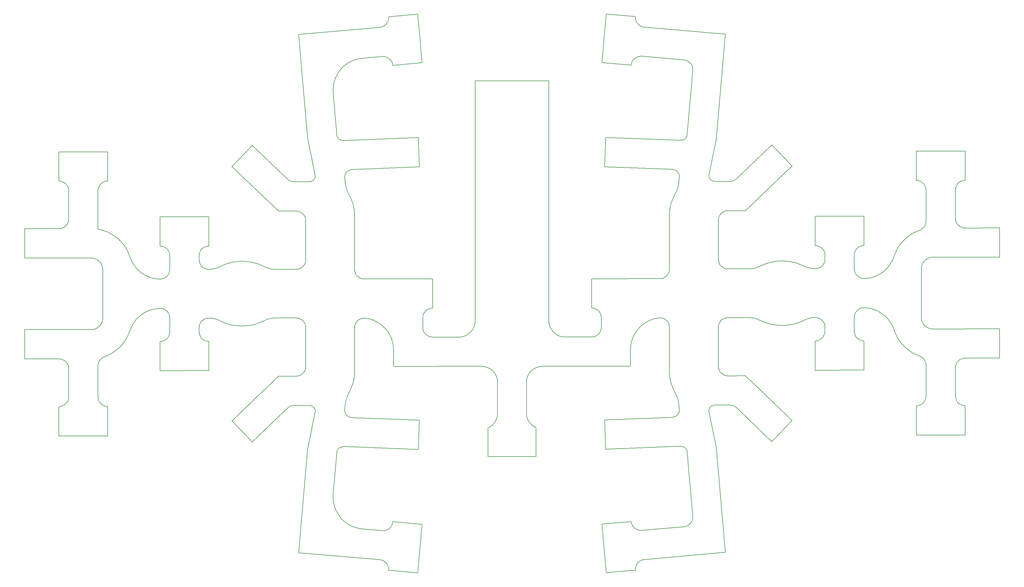
<source format=gm1>
%FSLAX25Y25*%
%MOIN*%
G70*
G01*
G75*
G04 Layer_Color=16711935*
%ADD10C,0.02000*%
%ADD11C,0.00800*%
%ADD12C,0.01200*%
%ADD13C,0.02000*%
G04:AMPARAMS|DCode=14|XSize=82.99mil|YSize=122.36mil|CornerRadius=12.45mil|HoleSize=0mil|Usage=FLASHONLY|Rotation=180.000|XOffset=0mil|YOffset=0mil|HoleType=Round|Shape=RoundedRectangle|*
%AMROUNDEDRECTD14*
21,1,0.08299,0.09746,0,0,180.0*
21,1,0.05809,0.12236,0,0,180.0*
1,1,0.02490,-0.02905,0.04873*
1,1,0.02490,0.02905,0.04873*
1,1,0.02490,0.02905,-0.04873*
1,1,0.02490,-0.02905,-0.04873*
%
%ADD14ROUNDEDRECTD14*%
%ADD15C,0.04000*%
%ADD16R,0.01378X0.13780*%
G04:AMPARAMS|DCode=17|XSize=82.99mil|YSize=122.36mil|CornerRadius=12.45mil|HoleSize=0mil|Usage=FLASHONLY|Rotation=357.760|XOffset=0mil|YOffset=0mil|HoleType=Round|Shape=RoundedRectangle|*
%AMROUNDEDRECTD17*
21,1,0.08299,0.09746,0,0,357.8*
21,1,0.05809,0.12236,0,0,357.8*
1,1,0.02490,0.02712,-0.04983*
1,1,0.02490,-0.03093,-0.04756*
1,1,0.02490,-0.02712,0.04983*
1,1,0.02490,0.03093,0.04756*
%
%ADD17ROUNDEDRECTD17*%
G04:AMPARAMS|DCode=18|XSize=82.99mil|YSize=122.36mil|CornerRadius=12.45mil|HoleSize=0mil|Usage=FLASHONLY|Rotation=264.990|XOffset=0mil|YOffset=0mil|HoleType=Round|Shape=RoundedRectangle|*
%AMROUNDEDRECTD18*
21,1,0.08299,0.09746,0,0,265.0*
21,1,0.05809,0.12236,0,0,265.0*
1,1,0.02490,-0.05108,-0.02468*
1,1,0.02490,-0.04601,0.03319*
1,1,0.02490,0.05108,0.02468*
1,1,0.02490,0.04601,-0.03319*
%
%ADD18ROUNDEDRECTD18*%
G04:AMPARAMS|DCode=19|XSize=82.99mil|YSize=122.36mil|CornerRadius=12.45mil|HoleSize=0mil|Usage=FLASHONLY|Rotation=270.000|XOffset=0mil|YOffset=0mil|HoleType=Round|Shape=RoundedRectangle|*
%AMROUNDEDRECTD19*
21,1,0.08299,0.09746,0,0,270.0*
21,1,0.05809,0.12236,0,0,270.0*
1,1,0.02490,-0.04873,-0.02905*
1,1,0.02490,-0.04873,0.02905*
1,1,0.02490,0.04873,0.02905*
1,1,0.02490,0.04873,-0.02905*
%
%ADD19ROUNDEDRECTD19*%
G04:AMPARAMS|DCode=20|XSize=82.99mil|YSize=122.36mil|CornerRadius=12.45mil|HoleSize=0mil|Usage=FLASHONLY|Rotation=265.050|XOffset=0mil|YOffset=0mil|HoleType=Round|Shape=RoundedRectangle|*
%AMROUNDEDRECTD20*
21,1,0.08299,0.09746,0,0,265.0*
21,1,0.05809,0.12236,0,0,265.0*
1,1,0.02490,-0.05106,-0.02473*
1,1,0.02490,-0.04604,0.03314*
1,1,0.02490,0.05106,0.02473*
1,1,0.02490,0.04604,-0.03314*
%
%ADD20ROUNDEDRECTD20*%
G04:AMPARAMS|DCode=21|XSize=82.99mil|YSize=122.36mil|CornerRadius=12.45mil|HoleSize=0mil|Usage=FLASHONLY|Rotation=223.860|XOffset=0mil|YOffset=0mil|HoleType=Round|Shape=RoundedRectangle|*
%AMROUNDEDRECTD21*
21,1,0.08299,0.09746,0,0,223.9*
21,1,0.05809,0.12236,0,0,223.9*
1,1,0.02490,-0.05471,0.01501*
1,1,0.02490,-0.01282,0.05526*
1,1,0.02490,0.05471,-0.01501*
1,1,0.02490,0.01282,-0.05526*
%
%ADD21ROUNDEDRECTD21*%
G04:AMPARAMS|DCode=22|XSize=82.99mil|YSize=122.36mil|CornerRadius=12.45mil|HoleSize=0mil|Usage=FLASHONLY|Rotation=136.140|XOffset=0mil|YOffset=0mil|HoleType=Round|Shape=RoundedRectangle|*
%AMROUNDEDRECTD22*
21,1,0.08299,0.09746,0,0,136.1*
21,1,0.05809,0.12236,0,0,136.1*
1,1,0.02490,0.01282,0.05526*
1,1,0.02490,0.05471,0.01501*
1,1,0.02490,-0.01282,-0.05526*
1,1,0.02490,-0.05471,-0.01501*
%
%ADD22ROUNDEDRECTD22*%
G04:AMPARAMS|DCode=23|XSize=82.99mil|YSize=122.36mil|CornerRadius=12.45mil|HoleSize=0mil|Usage=FLASHONLY|Rotation=94.950|XOffset=0mil|YOffset=0mil|HoleType=Round|Shape=RoundedRectangle|*
%AMROUNDEDRECTD23*
21,1,0.08299,0.09746,0,0,94.9*
21,1,0.05809,0.12236,0,0,94.9*
1,1,0.02490,0.04604,0.03314*
1,1,0.02490,0.05106,-0.02473*
1,1,0.02490,-0.04604,-0.03314*
1,1,0.02490,-0.05106,0.02473*
%
%ADD23ROUNDEDRECTD23*%
G04:AMPARAMS|DCode=24|XSize=82.99mil|YSize=122.36mil|CornerRadius=12.45mil|HoleSize=0mil|Usage=FLASHONLY|Rotation=95.010|XOffset=0mil|YOffset=0mil|HoleType=Round|Shape=RoundedRectangle|*
%AMROUNDEDRECTD24*
21,1,0.08299,0.09746,0,0,95.0*
21,1,0.05809,0.12236,0,0,95.0*
1,1,0.02490,0.04601,0.03319*
1,1,0.02490,0.05108,-0.02468*
1,1,0.02490,-0.04601,-0.03319*
1,1,0.02490,-0.05108,0.02468*
%
%ADD24ROUNDEDRECTD24*%
G04:AMPARAMS|DCode=25|XSize=82.99mil|YSize=122.36mil|CornerRadius=12.45mil|HoleSize=0mil|Usage=FLASHONLY|Rotation=2.240|XOffset=0mil|YOffset=0mil|HoleType=Round|Shape=RoundedRectangle|*
%AMROUNDEDRECTD25*
21,1,0.08299,0.09746,0,0,2.2*
21,1,0.05809,0.12236,0,0,2.2*
1,1,0.02490,0.03093,-0.04756*
1,1,0.02490,-0.02712,-0.04983*
1,1,0.02490,-0.03093,0.04756*
1,1,0.02490,0.02712,0.04983*
%
%ADD25ROUNDEDRECTD25*%
G04:AMPARAMS|DCode=26|XSize=82.99mil|YSize=122.36mil|CornerRadius=12.45mil|HoleSize=0mil|Usage=FLASHONLY|Rotation=46.140|XOffset=0mil|YOffset=0mil|HoleType=Round|Shape=RoundedRectangle|*
%AMROUNDEDRECTD26*
21,1,0.08299,0.09746,0,0,46.1*
21,1,0.05809,0.12236,0,0,46.1*
1,1,0.02490,0.05526,-0.01282*
1,1,0.02490,0.01501,-0.05471*
1,1,0.02490,-0.05526,0.01282*
1,1,0.02490,-0.01501,0.05471*
%
%ADD26ROUNDEDRECTD26*%
%ADD27C,0.01500*%
%ADD28C,0.01000*%
%ADD29C,0.00800*%
%ADD30C,0.01400*%
%ADD31R,0.90551X0.13780*%
G04:AMPARAMS|DCode=32|XSize=62.99mil|YSize=102.36mil|CornerRadius=2.45mil|HoleSize=0mil|Usage=FLASHONLY|Rotation=180.000|XOffset=0mil|YOffset=0mil|HoleType=Round|Shape=RoundedRectangle|*
%AMROUNDEDRECTD32*
21,1,0.06299,0.09746,0,0,180.0*
21,1,0.05809,0.10236,0,0,180.0*
1,1,0.00490,-0.02905,0.04873*
1,1,0.00490,0.02905,0.04873*
1,1,0.00490,0.02905,-0.04873*
1,1,0.00490,-0.02905,-0.04873*
%
%ADD32ROUNDEDRECTD32*%
%ADD33C,0.08000*%
G04:AMPARAMS|DCode=34|XSize=62.99mil|YSize=102.36mil|CornerRadius=2.45mil|HoleSize=0mil|Usage=FLASHONLY|Rotation=357.760|XOffset=0mil|YOffset=0mil|HoleType=Round|Shape=RoundedRectangle|*
%AMROUNDEDRECTD34*
21,1,0.06299,0.09746,0,0,357.8*
21,1,0.05809,0.10236,0,0,357.8*
1,1,0.00490,0.02712,-0.04983*
1,1,0.00490,-0.03093,-0.04756*
1,1,0.00490,-0.02712,0.04983*
1,1,0.00490,0.03093,0.04756*
%
%ADD34ROUNDEDRECTD34*%
G04:AMPARAMS|DCode=35|XSize=62.99mil|YSize=102.36mil|CornerRadius=2.45mil|HoleSize=0mil|Usage=FLASHONLY|Rotation=264.990|XOffset=0mil|YOffset=0mil|HoleType=Round|Shape=RoundedRectangle|*
%AMROUNDEDRECTD35*
21,1,0.06299,0.09746,0,0,265.0*
21,1,0.05809,0.10236,0,0,265.0*
1,1,0.00490,-0.05108,-0.02468*
1,1,0.00490,-0.04601,0.03319*
1,1,0.00490,0.05108,0.02468*
1,1,0.00490,0.04601,-0.03319*
%
%ADD35ROUNDEDRECTD35*%
G04:AMPARAMS|DCode=36|XSize=62.99mil|YSize=102.36mil|CornerRadius=2.45mil|HoleSize=0mil|Usage=FLASHONLY|Rotation=270.000|XOffset=0mil|YOffset=0mil|HoleType=Round|Shape=RoundedRectangle|*
%AMROUNDEDRECTD36*
21,1,0.06299,0.09746,0,0,270.0*
21,1,0.05809,0.10236,0,0,270.0*
1,1,0.00490,-0.04873,-0.02905*
1,1,0.00490,-0.04873,0.02905*
1,1,0.00490,0.04873,0.02905*
1,1,0.00490,0.04873,-0.02905*
%
%ADD36ROUNDEDRECTD36*%
G04:AMPARAMS|DCode=37|XSize=62.99mil|YSize=102.36mil|CornerRadius=2.45mil|HoleSize=0mil|Usage=FLASHONLY|Rotation=265.050|XOffset=0mil|YOffset=0mil|HoleType=Round|Shape=RoundedRectangle|*
%AMROUNDEDRECTD37*
21,1,0.06299,0.09746,0,0,265.0*
21,1,0.05809,0.10236,0,0,265.0*
1,1,0.00490,-0.05106,-0.02473*
1,1,0.00490,-0.04604,0.03314*
1,1,0.00490,0.05106,0.02473*
1,1,0.00490,0.04604,-0.03314*
%
%ADD37ROUNDEDRECTD37*%
G04:AMPARAMS|DCode=38|XSize=62.99mil|YSize=102.36mil|CornerRadius=2.45mil|HoleSize=0mil|Usage=FLASHONLY|Rotation=223.860|XOffset=0mil|YOffset=0mil|HoleType=Round|Shape=RoundedRectangle|*
%AMROUNDEDRECTD38*
21,1,0.06299,0.09746,0,0,223.9*
21,1,0.05809,0.10236,0,0,223.9*
1,1,0.00490,-0.05471,0.01501*
1,1,0.00490,-0.01282,0.05526*
1,1,0.00490,0.05471,-0.01501*
1,1,0.00490,0.01282,-0.05526*
%
%ADD38ROUNDEDRECTD38*%
G04:AMPARAMS|DCode=39|XSize=62.99mil|YSize=102.36mil|CornerRadius=2.45mil|HoleSize=0mil|Usage=FLASHONLY|Rotation=136.140|XOffset=0mil|YOffset=0mil|HoleType=Round|Shape=RoundedRectangle|*
%AMROUNDEDRECTD39*
21,1,0.06299,0.09746,0,0,136.1*
21,1,0.05809,0.10236,0,0,136.1*
1,1,0.00490,0.01282,0.05526*
1,1,0.00490,0.05471,0.01501*
1,1,0.00490,-0.01282,-0.05526*
1,1,0.00490,-0.05471,-0.01501*
%
%ADD39ROUNDEDRECTD39*%
G04:AMPARAMS|DCode=40|XSize=62.99mil|YSize=102.36mil|CornerRadius=2.45mil|HoleSize=0mil|Usage=FLASHONLY|Rotation=94.950|XOffset=0mil|YOffset=0mil|HoleType=Round|Shape=RoundedRectangle|*
%AMROUNDEDRECTD40*
21,1,0.06299,0.09746,0,0,94.9*
21,1,0.05809,0.10236,0,0,94.9*
1,1,0.00490,0.04604,0.03314*
1,1,0.00490,0.05106,-0.02473*
1,1,0.00490,-0.04604,-0.03314*
1,1,0.00490,-0.05106,0.02473*
%
%ADD40ROUNDEDRECTD40*%
G04:AMPARAMS|DCode=41|XSize=62.99mil|YSize=102.36mil|CornerRadius=2.45mil|HoleSize=0mil|Usage=FLASHONLY|Rotation=95.010|XOffset=0mil|YOffset=0mil|HoleType=Round|Shape=RoundedRectangle|*
%AMROUNDEDRECTD41*
21,1,0.06299,0.09746,0,0,95.0*
21,1,0.05809,0.10236,0,0,95.0*
1,1,0.00490,0.04601,0.03319*
1,1,0.00490,0.05108,-0.02468*
1,1,0.00490,-0.04601,-0.03319*
1,1,0.00490,-0.05108,0.02468*
%
%ADD41ROUNDEDRECTD41*%
G04:AMPARAMS|DCode=42|XSize=62.99mil|YSize=102.36mil|CornerRadius=2.45mil|HoleSize=0mil|Usage=FLASHONLY|Rotation=2.240|XOffset=0mil|YOffset=0mil|HoleType=Round|Shape=RoundedRectangle|*
%AMROUNDEDRECTD42*
21,1,0.06299,0.09746,0,0,2.2*
21,1,0.05809,0.10236,0,0,2.2*
1,1,0.00490,0.03093,-0.04756*
1,1,0.00490,-0.02712,-0.04983*
1,1,0.00490,-0.03093,0.04756*
1,1,0.00490,0.02712,0.04983*
%
%ADD42ROUNDEDRECTD42*%
G04:AMPARAMS|DCode=43|XSize=62.99mil|YSize=102.36mil|CornerRadius=2.45mil|HoleSize=0mil|Usage=FLASHONLY|Rotation=46.140|XOffset=0mil|YOffset=0mil|HoleType=Round|Shape=RoundedRectangle|*
%AMROUNDEDRECTD43*
21,1,0.06299,0.09746,0,0,46.1*
21,1,0.05809,0.10236,0,0,46.1*
1,1,0.00490,0.05526,-0.01282*
1,1,0.00490,0.01501,-0.05471*
1,1,0.00490,-0.05526,0.01282*
1,1,0.00490,-0.01501,0.05471*
%
%ADD43ROUNDEDRECTD43*%
%ADD44C,0.00500*%
D44*
X-145621Y-18090D02*
Y2157D01*
Y-18090D02*
X-37393Y-18000D01*
X-34592Y-18198D01*
X-31848Y-18792D01*
X-29217Y-19771D01*
X-26753Y-21114D01*
X-24505Y-22794D01*
X-22520Y-24777D01*
X-20837Y-27022D01*
X-19491Y-29484D01*
X-18510Y-32113D01*
X-17913Y-34855D01*
X-17713Y-37654D01*
Y-75460D02*
Y-37654D01*
X-17919Y-78301D02*
X-17713Y-75460D01*
X-18533Y-81082D02*
X-17919Y-78301D01*
X-19543Y-83746D02*
X-18533Y-81082D01*
X-20927Y-86237D02*
X-19543Y-83746D01*
X-22656Y-88502D02*
X-20927Y-86237D01*
X-24694Y-90494D02*
X-22656Y-88502D01*
X-26999Y-92171D02*
X-24694Y-90494D01*
X-29521Y-93498D02*
X-26999Y-92171D01*
X-29521Y-128905D02*
Y-93498D01*
Y-128905D02*
X29521Y-128856D01*
Y-93449D01*
X26998Y-92126D02*
X29521Y-93449D01*
X24694Y-90453D02*
X26998Y-92126D01*
X22656Y-88464D02*
X24694Y-90453D01*
X20927Y-86202D02*
X22656Y-88464D01*
X19543Y-83714D02*
X20927Y-86202D01*
X18533Y-81051D02*
X19543Y-83714D01*
X17919Y-78271D02*
X18533Y-81051D01*
X17712Y-75431D02*
X17919Y-78271D01*
X17712Y-75431D02*
Y-37625D01*
X17913Y-34825D01*
X18510Y-32082D01*
X19491Y-29452D01*
X20837Y-26987D01*
X22519Y-24739D01*
X24505Y-22753D01*
X26753Y-21069D01*
X29217Y-19722D01*
X31848Y-18739D01*
X34592Y-18140D01*
X37393Y-17938D01*
X145620Y-17848D01*
Y2400D01*
X145832Y6469D01*
X146463Y10496D01*
X147507Y14436D01*
X148954Y18247D01*
X150787Y21888D01*
X152987Y25321D01*
X155530Y28508D01*
X158390Y31416D01*
X161534Y34012D01*
X164931Y36269D01*
X168542Y38164D01*
X172330Y39675D01*
X176253Y40786D01*
X180270Y41486D01*
X182485Y41546D01*
X184671Y41191D01*
X186752Y40434D01*
X188655Y39302D01*
X190312Y37835D01*
X191666Y36083D01*
X192668Y34110D01*
X193284Y31984D01*
X193492Y29780D01*
Y10126D02*
Y29780D01*
Y10126D02*
X193525Y-25811D01*
X193773Y-30495D01*
X194506Y-35127D01*
X195716Y-39658D01*
X197390Y-44038D01*
X199510Y-48221D01*
X201633Y-52412D01*
X203308Y-56800D01*
X204518Y-61340D01*
X205249Y-65981D01*
X205494Y-70673D01*
X205528Y-71574D01*
X205462Y-73360D02*
X205528Y-71574D01*
X205000Y-75088D02*
X205462Y-73360D01*
X204166Y-76669D02*
X205000Y-75088D01*
X203000Y-78026D02*
X204166Y-76669D01*
X201563Y-79090D02*
X203000Y-78026D01*
X198893Y-80231D02*
X201563Y-79090D01*
X196028Y-80697D02*
X198893Y-80231D01*
X113723Y-83982D02*
X196028Y-80697D01*
X113723Y-83982D02*
X115127Y-119891D01*
X206046Y-116262D01*
X206514Y-116253D01*
X209660Y-116670D01*
X211500Y-117425D01*
X213096Y-118611D01*
X214348Y-120155D01*
X215180Y-121961D01*
X215265Y-122676D01*
X222215Y-202025D01*
X222190Y-204374D02*
X222215Y-202025D01*
X221707Y-206672D02*
X222190Y-204374D01*
X220784Y-208833D02*
X221707Y-206672D01*
X219457Y-210772D02*
X220784Y-208833D01*
X217778Y-212416D02*
X219457Y-210772D01*
X215810Y-213701D02*
X217778Y-212416D01*
X213630Y-214578D02*
X215810Y-213701D01*
X211321Y-215013D02*
X213630Y-214578D01*
X159403Y-219599D02*
X211321Y-215013D01*
X157054Y-219575D02*
X159403Y-219599D01*
X154754Y-219094D02*
X157054Y-219575D01*
X152593Y-218174D02*
X154754Y-219094D01*
X150654Y-216849D02*
X152593Y-218174D01*
X149011Y-215172D02*
X150654Y-216849D01*
X147727Y-213207D02*
X149011Y-215172D01*
X146851Y-211028D02*
X147727Y-213207D01*
X146418Y-208721D02*
X146851Y-211028D01*
X110599Y-211885D02*
X146418Y-208721D01*
X110599Y-211885D02*
X115825Y-271548D01*
X151644Y-268384D01*
X151670Y-266036D01*
X152153Y-263738D01*
X153076Y-261577D01*
X154402Y-259638D01*
X156081Y-257994D01*
X158049Y-256709D01*
X160229Y-255832D01*
X162539Y-255397D01*
X262215Y-246592D01*
X251053Y-119153D02*
X262215Y-246592D01*
X250648Y-116433D02*
X251053Y-119153D01*
X241930Y-73011D02*
X250648Y-116433D01*
X241760Y-71889D02*
X241930Y-73011D01*
X241760Y-71889D02*
X242332Y-70226D01*
X243253Y-68728D01*
X244481Y-67467D01*
X245954Y-66506D01*
X247602Y-65889D01*
X249344Y-65648D01*
X249651Y-65644D01*
X267663Y-65612D01*
X267674Y-65612D01*
X269941Y-65826D01*
X272126Y-66465D01*
X274150Y-67506D01*
X275940Y-68910D01*
X277363Y-70264D01*
X279985Y-72763D01*
X319153Y-110404D01*
X344085Y-84488D01*
X305164Y-47085D02*
X344085Y-84488D01*
X302543Y-44586D02*
X305164Y-47085D01*
X286830Y-29641D02*
X302543Y-44586D01*
X265441Y-29678D02*
X286830Y-29641D01*
X265430Y-29678D02*
X265441D01*
X263093Y-29450D02*
X265430Y-29678D01*
X260846Y-28771D02*
X263093Y-29450D01*
X258775Y-27667D02*
X260846Y-28771D01*
X256959Y-26181D02*
X258775Y-27667D01*
X255469Y-24368D02*
X256959Y-26181D01*
X254360Y-22300D02*
X255469Y-24368D01*
X253677Y-20055D02*
X254360Y-22300D01*
X253445Y-17720D02*
X253677Y-20055D01*
X253419Y10232D02*
X253445Y-17720D01*
X253419Y10232D02*
Y30028D01*
X253646Y32331D01*
X254318Y34545D01*
X255409Y36586D01*
X256878Y38376D01*
X258667Y39845D01*
X260708Y40938D01*
X262924Y41611D01*
X265227Y41840D01*
X290717Y41861D01*
X294410Y41647D01*
X298052Y41001D01*
X301592Y39933D01*
X304983Y38458D01*
X310044Y36184D01*
X315296Y34395D01*
X320693Y33108D01*
X326188Y32332D01*
X331732Y32076D01*
X337276Y32342D01*
X342771Y33126D01*
X348168Y34423D01*
X353420Y36220D01*
X358481Y38502D01*
X361869Y39983D01*
X365408Y41056D01*
X369047Y41708D01*
X372738Y41929D01*
X375042Y41704D01*
X377257Y41035D01*
X379298Y39946D01*
X381088Y38479D01*
X382556Y36692D01*
X383647Y34653D01*
X384319Y32439D01*
X384546Y30137D01*
X384546Y25246D02*
X384546Y30137D01*
X384315Y22910D02*
X384546Y25246D01*
X383634Y20663D02*
X384315Y22910D01*
X382528Y18593D02*
X383634Y20663D01*
X381039Y16777D02*
X382528Y18593D01*
X379224Y15286D02*
X381039Y16777D01*
X377154Y14176D02*
X379224Y15286D01*
X374908Y13492D02*
X377154Y14176D01*
X372571Y13258D02*
X374908Y13492D01*
X372571Y-22680D02*
Y13258D01*
Y-22680D02*
X432498Y-22630D01*
Y13308D01*
X432487Y13307D02*
X432498Y13308D01*
X430149Y13536D02*
X432487Y13307D01*
X427901Y14216D02*
X430149Y13536D01*
X425828Y15321D02*
X427901Y14216D01*
X424012Y16810D02*
X425828Y15321D01*
X422521Y18624D02*
X424012Y16810D01*
X421414Y20694D02*
X422521Y18624D01*
X420732Y22941D02*
X421414Y20694D01*
X420502Y25278D02*
X420732Y22941D01*
X420502Y25278D02*
X420504Y41970D01*
X420734Y44307D01*
X421417Y46555D01*
X422524Y48627D01*
X424015Y50443D01*
X425831Y51934D01*
X427903Y53043D01*
X430151Y53726D01*
X432489Y53958D01*
X436567Y53696D01*
X440596Y53013D01*
X444532Y51916D01*
X448333Y50417D01*
X451957Y48532D01*
X455366Y46281D01*
X458523Y43689D01*
X461393Y40783D01*
X463946Y37595D01*
X466155Y34160D01*
X467995Y30514D01*
X469446Y26697D01*
X471068Y22358D01*
X473085Y18189D01*
X475479Y14224D01*
X478230Y10498D01*
X481314Y7043D01*
X484706Y3888D01*
X488375Y1060D01*
X492290Y-1415D01*
X496418Y-3519D01*
X500723Y-5231D01*
X502960Y-6271D01*
X504936Y-7747D01*
X506567Y-9597D01*
X507784Y-11742D01*
X508536Y-14091D01*
X508790Y-16545D01*
Y-54590D02*
Y-16545D01*
X508560Y-56928D02*
X508790Y-54590D01*
X507878Y-59175D02*
X508560Y-56928D01*
X506770Y-61247D02*
X507878Y-59175D01*
X505279Y-63064D02*
X506770Y-61247D01*
X503463Y-64555D02*
X505279Y-63064D01*
X501391Y-65664D02*
X503463Y-64555D01*
X499143Y-66347D02*
X501391Y-65664D01*
X496805Y-66580D02*
X499143Y-66347D01*
X496805Y-102517D02*
Y-66580D01*
Y-102517D02*
X556732Y-102467D01*
Y-66530D01*
X554393Y-66301D02*
X556732Y-66530D01*
X552145Y-65622D02*
X554393Y-66301D01*
X550073Y-64516D02*
X552145Y-65622D01*
X548257Y-63028D02*
X550073Y-64516D01*
X546766Y-61214D02*
X548257Y-63028D01*
X545658Y-59144D02*
X546766Y-61214D01*
X544977Y-56897D02*
X545658Y-59144D01*
X544746Y-54560D02*
X544977Y-56897D01*
X544746Y-54560D02*
Y-19922D01*
X544977Y-17585D01*
X545658Y-15337D01*
X546766Y-13265D01*
X548257Y-11449D01*
X550073Y-9957D01*
X552145Y-8849D01*
X554393Y-8165D01*
X556732Y-7933D01*
X598983Y-7898D01*
Y28040D01*
X517084Y27972D02*
X598983Y28040D01*
X514638Y28184D02*
X517084Y27972D01*
X512267Y28817D02*
X514638Y28184D01*
X510042Y29852D02*
X512267Y28817D01*
X508031Y31258D02*
X510042Y29852D01*
X506295Y32992D02*
X508031Y31258D01*
X504886Y35001D02*
X506295Y32992D01*
X503849Y37224D02*
X504886Y35001D01*
X503213Y39593D02*
X503849Y37224D01*
X502999Y42038D02*
X503213Y39593D01*
X502999Y42038D02*
Y101934D01*
X503213Y104379D01*
X503849Y106749D01*
X504886Y108974D01*
X506295Y110986D01*
X508031Y112722D01*
X510042Y114131D01*
X512267Y115170D01*
X514638Y115807D01*
X517084Y116023D01*
X598983Y116091D01*
Y152029D01*
X556732Y151994D02*
X598983Y152029D01*
X554393Y152222D02*
X556732Y151994D01*
X552145Y152902D02*
X554393Y152222D01*
X550073Y154007D02*
X552145Y152902D01*
X548257Y155496D02*
X550073Y154007D01*
X546766Y157310D02*
X548257Y155496D01*
X545658Y159380D02*
X546766Y157310D01*
X544977Y161626D02*
X545658Y159380D01*
X544746Y163963D02*
X544977Y161626D01*
X544746Y163963D02*
Y198602D01*
X544977Y200939D01*
X545658Y203187D01*
X546766Y205259D01*
X548257Y207075D01*
X550073Y208566D01*
X552145Y209675D01*
X554393Y210359D01*
X556732Y210591D01*
Y246529D01*
X496805Y246479D02*
X556732Y246529D01*
X496805Y210541D02*
Y246479D01*
Y210541D02*
X499143Y210313D01*
X501391Y209633D01*
X503463Y208528D01*
X505279Y207039D01*
X506770Y205225D01*
X507878Y203155D01*
X508560Y200908D01*
X508790Y198572D01*
Y160526D02*
Y198572D01*
X508536Y158072D02*
X508790Y160526D01*
X507784Y155722D02*
X508536Y158072D01*
X506567Y153575D02*
X507784Y155722D01*
X504936Y151722D02*
X506567Y153575D01*
X502960Y150243D02*
X504936Y151722D01*
X500723Y149199D02*
X502960Y150243D01*
X496418Y147479D02*
X500723Y149199D01*
X492290Y145369D02*
X496418Y147479D01*
X488375Y142887D02*
X492290Y145369D01*
X484706Y140053D02*
X488375Y142887D01*
X481314Y136892D02*
X484706Y140053D01*
X478230Y133432D02*
X481314Y136892D01*
X475479Y129701D02*
X478230Y133432D01*
X473085Y125733D02*
X475479Y129701D01*
X471068Y121560D02*
X473085Y125733D01*
X469446Y117219D02*
X471068Y121560D01*
X467995Y113400D02*
X469446Y117219D01*
X466155Y109751D02*
X467995Y113400D01*
X463947Y106313D02*
X466155Y109751D01*
X461394Y103121D02*
X463947Y106313D01*
X458525Y100211D02*
X461394Y103121D01*
X455369Y97613D02*
X458525Y100211D01*
X451960Y95357D02*
X455369Y97613D01*
X448337Y93466D02*
X451960Y95357D01*
X444537Y91960D02*
X448337Y93466D01*
X440601Y90856D02*
X444537Y91960D01*
X436573Y90165D02*
X440601Y90856D01*
X432495Y89896D02*
X436573Y90165D01*
X430157Y90124D02*
X432495Y89896D01*
X427909Y90804D02*
X430157Y90124D01*
X425836Y91910D02*
X427909Y90804D01*
X424020Y93398D02*
X425836Y91910D01*
X422529Y95212D02*
X424020Y93398D01*
X421422Y97283D02*
X422529Y95212D01*
X420740Y99529D02*
X421422Y97283D01*
X420510Y101867D02*
X420740Y99529D01*
X420510Y101867D02*
X420512Y118559D01*
X420742Y120896D01*
X421424Y123143D01*
X422532Y125215D01*
X424023Y127032D01*
X425839Y128523D01*
X427911Y129631D01*
X430159Y130315D01*
X432497Y130547D01*
X432498D01*
Y166484D01*
X372571Y166435D02*
X432498Y166484D01*
X372571Y130497D02*
Y166435D01*
Y130497D02*
X374909Y130268D01*
X377158Y129588D01*
X379230Y128483D01*
X381046Y126994D01*
X382536Y125180D01*
X383644Y123110D01*
X384325Y120863D01*
X384556Y118526D01*
X384555Y113636D02*
X384556Y118526D01*
X384328Y111334D02*
X384555Y113636D01*
X383656Y109119D02*
X384328Y111334D01*
X382564Y107078D02*
X383656Y109119D01*
X381096Y105289D02*
X382564Y107078D01*
X379307Y103820D02*
X381096Y105289D01*
X377265Y102728D02*
X379307Y103820D01*
X375050Y102054D02*
X377265Y102728D01*
X372747Y101826D02*
X375050Y102054D01*
X369054Y102040D02*
X372747Y101826D01*
X365412Y102685D02*
X369054Y102040D01*
X361871Y103753D02*
X365412Y102685D01*
X358481Y105229D02*
X361871Y103753D01*
X353889Y107316D02*
X358481Y105229D01*
X349135Y109003D02*
X353889Y107316D01*
X344254Y110278D02*
X349135Y109003D01*
X339282Y111132D02*
X344254Y110278D01*
X334255Y111559D02*
X339282Y111132D01*
X329209Y111554D02*
X334255Y111559D01*
X324182Y111119D02*
X329209Y111554D01*
X319209Y110257D02*
X324182Y111119D01*
X314329Y108974D02*
X319209Y110257D01*
X309575Y107279D02*
X314329Y108974D01*
X304983Y105184D02*
X309575Y107279D01*
X301592Y103703D02*
X304983Y105184D01*
X298052Y102629D02*
X301592Y103703D01*
X294410Y101978D02*
X298052Y102629D01*
X290717Y101757D02*
X294410Y101978D01*
X265227Y101736D02*
X290717Y101757D01*
X262924Y101961D02*
X265227Y101736D01*
X260708Y102631D02*
X262924Y101961D01*
X258667Y103720D02*
X260708Y102631D01*
X256878Y105186D02*
X258667Y103720D01*
X255409Y106973D02*
X256878Y105186D01*
X254318Y109013D02*
X255409Y106973D01*
X253646Y111226D02*
X254318Y109013D01*
X253419Y113529D02*
X253646Y111226D01*
X253419Y113529D02*
Y133325D01*
X253445Y161276D01*
X253677Y163613D01*
X254361Y165860D01*
X255471Y167931D01*
X256963Y169747D01*
X258781Y171236D01*
X260854Y172343D01*
X263103Y173024D01*
X265441Y173254D01*
X286830Y173252D01*
X302543Y188224D01*
X305164Y190727D01*
X344085Y228195D01*
X319153Y254069D02*
X344085Y228195D01*
X279985Y216364D02*
X319153Y254069D01*
X277363Y213860D02*
X279985Y216364D01*
X275940Y212504D02*
X277363Y213860D01*
X274148Y211095D02*
X275940Y212504D01*
X272120Y210051D02*
X274148Y211095D01*
X269933Y209408D02*
X272120Y210051D01*
X267663Y209192D02*
X269933Y209408D01*
X249651Y209194D02*
X267663Y209192D01*
X249344Y209198D02*
X249651Y209194D01*
X247602Y209436D02*
X249344Y209198D01*
X245954Y210050D02*
X247602Y209436D01*
X244481Y211009D02*
X245954Y210050D01*
X243253Y212267D02*
X244481Y211009D01*
X242332Y213764D02*
X243253Y212267D01*
X241760Y215426D02*
X242332Y213764D01*
X241760Y215426D02*
X241930Y216548D01*
X250648Y259985D01*
X251053Y262706D01*
X262215Y390163D01*
X162539Y398802D02*
X262215Y390163D01*
X160229Y399233D02*
X162539Y398802D01*
X158049Y400106D02*
X160229Y399233D01*
X156081Y401388D02*
X158049Y400106D01*
X154402Y403029D02*
X156081Y401388D01*
X153076Y404966D02*
X154402Y403029D01*
X152153Y407125D02*
X153076Y404966D01*
X151670Y409423D02*
X152153Y407125D01*
X151644Y411771D02*
X151670Y409423D01*
X115825Y414876D02*
X151644Y411771D01*
X110599Y355203D02*
X115825Y414876D01*
X110599Y355203D02*
X146418Y352099D01*
X146815Y354281D01*
X147608Y356354D01*
X148770Y358245D01*
X150261Y359889D01*
X152029Y361232D01*
X154014Y362225D01*
X156148Y362836D01*
X158358Y363043D01*
X159403Y362998D01*
X211321Y358499D01*
X213630Y358068D01*
X215810Y357194D01*
X217778Y355913D01*
X219457Y354272D01*
X220784Y352334D01*
X221707Y350175D01*
X222190Y347878D01*
X222215Y345530D01*
X215265Y266169D02*
X222215Y345530D01*
X215180Y265454D02*
X215265Y266169D01*
X214348Y263647D02*
X215180Y265454D01*
X213096Y262101D02*
X214348Y263647D01*
X211500Y260911D02*
X213096Y262101D01*
X209660Y260153D02*
X211500Y260911D01*
X206514Y259731D02*
X209660Y260153D01*
X206046Y259739D02*
X206514Y259731D01*
X115127Y263217D02*
X206046Y259739D01*
X113723Y227305D02*
X115127Y263217D01*
X113723Y227305D02*
X196028Y224157D01*
X198893Y223696D01*
X201563Y222560D01*
X203000Y221498D01*
X204166Y220144D01*
X205000Y218563D01*
X205462Y216837D01*
X205528Y215051D01*
X205494Y214149D02*
X205528Y215051D01*
X205249Y209457D02*
X205494Y214149D01*
X204518Y204815D02*
X205249Y209457D01*
X203308Y200273D02*
X204518Y204815D01*
X201633Y195882D02*
X203308Y200273D01*
X199510Y191688D02*
X201633Y195882D01*
X197390Y187501D02*
X199510Y191688D01*
X195716Y183118D02*
X197390Y187501D01*
X194506Y178585D02*
X195716Y183118D01*
X193773Y173952D02*
X194506Y178585D01*
X193525Y169268D02*
X193773Y173952D01*
X193492Y133330D02*
X193525Y169268D01*
X193492Y101499D02*
Y133330D01*
X193265Y99197D02*
X193492Y101499D01*
X192593Y96982D02*
X193265Y99197D01*
X191502Y94941D02*
X192593Y96982D01*
X190033Y93151D02*
X191502Y94941D01*
X188244Y91682D02*
X190033Y93151D01*
X186203Y90589D02*
X188244Y91682D01*
X183987Y89916D02*
X186203Y90589D01*
X181684Y89687D02*
X183987Y89916D01*
X97679Y89617D02*
X181684Y89687D01*
X97679Y53680D02*
Y89617D01*
Y53680D02*
X100017Y53451D01*
X102265Y52772D01*
X104337Y51666D01*
X106154Y50178D01*
X107644Y48364D01*
X108752Y46294D01*
X109434Y44047D01*
X109664Y41710D01*
Y30039D02*
Y41710D01*
X109434Y27702D02*
X109664Y30039D01*
X108752Y25454D02*
X109434Y27702D01*
X107644Y23382D02*
X108752Y25454D01*
X106154Y21566D02*
X107644Y23382D01*
X104337Y20075D02*
X106154Y21566D01*
X102265Y18966D02*
X104337Y20075D01*
X100017Y18282D02*
X102265Y18966D01*
X97679Y18050D02*
X100017Y18282D01*
X64945Y18023D02*
X97679Y18050D01*
X62145Y18221D02*
X64945Y18023D01*
X59401Y18815D02*
X62145Y18221D01*
X56770Y19794D02*
X59401Y18815D01*
X54305Y21137D02*
X56770Y19794D01*
X52058Y22817D02*
X54305Y21137D01*
X50072Y24800D02*
X52058Y22817D01*
X48389Y27045D02*
X50072Y24800D01*
X47043Y29507D02*
X48389Y27045D01*
X46062Y32136D02*
X47043Y29507D01*
X45465Y34878D02*
X46062Y32136D01*
X45265Y37677D02*
X45465Y34878D01*
X45265Y37677D02*
Y332822D01*
X-45265Y332747D02*
X45265Y332822D01*
X-45265Y37602D02*
Y332747D01*
X-45465Y34802D02*
X-45265Y37602D01*
X-46062Y32059D02*
X-45465Y34802D01*
X-47044Y29429D02*
X-46062Y32059D01*
X-48389Y26964D02*
X-47044Y29429D01*
X-50072Y24716D02*
X-48389Y26964D01*
X-52058Y22730D02*
X-50072Y24716D01*
X-54305Y21046D02*
X-52058Y22730D01*
X-56770Y19699D02*
X-54305Y21046D01*
X-59401Y18716D02*
X-56770Y19699D01*
X-62145Y18117D02*
X-59401Y18716D01*
X-64946Y17915D02*
X-62145Y18117D01*
X-97679Y17888D02*
X-64946Y17915D01*
X-100017Y18116D02*
X-97679Y17888D01*
X-102265Y18796D02*
X-100017Y18116D01*
X-104338Y19901D02*
X-102265Y18796D01*
X-106154Y21389D02*
X-104338Y19901D01*
X-107644Y23203D02*
X-106154Y21389D01*
X-108752Y25273D02*
X-107644Y23203D01*
X-109434Y27520D02*
X-108752Y25273D01*
X-109664Y29857D02*
X-109434Y27520D01*
X-109664Y29857D02*
Y41528D01*
X-109434Y43865D01*
X-108752Y46113D01*
X-107644Y48185D01*
X-106154Y50001D01*
X-104338Y51493D01*
X-102265Y52601D01*
X-100017Y53285D01*
X-97679Y53517D01*
Y89455D01*
X-181684Y89385D02*
X-97679Y89455D01*
X-183987Y89610D02*
X-181684Y89385D01*
X-186203Y90280D02*
X-183987Y89610D01*
X-188244Y91369D02*
X-186203Y90280D01*
X-190033Y92835D02*
X-188244Y91369D01*
X-191502Y94622D02*
X-190033Y92835D01*
X-192593Y96662D02*
X-191502Y94622D01*
X-193265Y98875D02*
X-192593Y96662D01*
X-193492Y101177D02*
X-193265Y98875D01*
X-193492Y101177D02*
Y133008D01*
X-193525Y168946D02*
X-193492Y133008D01*
X-193773Y173629D02*
X-193525Y168946D01*
X-194507Y178262D02*
X-193773Y173629D01*
X-195716Y182792D02*
X-194507Y178262D01*
X-197390Y187173D02*
X-195716Y182792D01*
X-199510Y191356D02*
X-197390Y187173D01*
X-201633Y195546D02*
X-199510Y191356D01*
X-203308Y199935D02*
X-201633Y195546D01*
X-204518Y204474D02*
X-203308Y199935D01*
X-205250Y209115D02*
X-204518Y204474D01*
X-205494Y213807D02*
X-205250Y209115D01*
X-205528Y214708D02*
X-205494Y213807D01*
X-205528Y214708D02*
X-205462Y216495D01*
X-205000Y218222D01*
X-204166Y219804D01*
X-203001Y221161D01*
X-201563Y222225D01*
X-198893Y223365D01*
X-196028Y223831D01*
X-113723Y227116D01*
X-115128Y263025D02*
X-113723Y227116D01*
X-206046Y259397D02*
X-115128Y263025D01*
X-206514Y259387D02*
X-206046Y259397D01*
X-209660Y259804D02*
X-206514Y259387D01*
X-211500Y260560D02*
X-209660Y259804D01*
X-213096Y261746D02*
X-211500Y260560D01*
X-214349Y263290D02*
X-213096Y261746D01*
X-215181Y265096D02*
X-214349Y263290D01*
X-215265Y265811D02*
X-215181Y265096D01*
X-219828Y317904D02*
X-215265Y265811D01*
X-219972Y322020D02*
X-219828Y317904D01*
X-219972Y322020D02*
X-219685Y326128D01*
X-218970Y330184D01*
X-217834Y334143D01*
X-216291Y337963D01*
X-214357Y341600D01*
X-212053Y345016D01*
X-209405Y348173D01*
X-206442Y351036D01*
X-203195Y353574D01*
X-199701Y355759D01*
X-195999Y357568D01*
X-192127Y358980D01*
X-188130Y359979D01*
X-184050Y360556D01*
X-159403Y362733D01*
X-158358Y362780D01*
X-156148Y362576D01*
X-154014Y361969D01*
X-152029Y360979D01*
X-150261Y359639D01*
X-148770Y357997D01*
X-147609Y356108D01*
X-146815Y354037D01*
X-146418Y351855D01*
X-110599Y355019D01*
X-115825Y414683D02*
X-110599Y355019D01*
X-151644Y411519D02*
X-115825Y414683D01*
X-151670Y409171D02*
X-151644Y411519D01*
X-152153Y406872D02*
X-151670Y409171D01*
X-153076Y404711D02*
X-152153Y406872D01*
X-154402Y402772D02*
X-153076Y404711D01*
X-156082Y401128D02*
X-154402Y402772D01*
X-158049Y399843D02*
X-156082Y401128D01*
X-160230Y398966D02*
X-158049Y399843D01*
X-162539Y398531D02*
X-160230Y398966D01*
X-262216Y389727D02*
X-162539Y398531D01*
X-262216Y389727D02*
X-251053Y262288D01*
X-250648Y259568D01*
X-241930Y216145D01*
X-241760Y215024D01*
X-242332Y213361D02*
X-241760Y215024D01*
X-243253Y211862D02*
X-242332Y213361D01*
X-244481Y210602D02*
X-243253Y211862D01*
X-245954Y209640D02*
X-244481Y210602D01*
X-247602Y209024D02*
X-245954Y209640D01*
X-249344Y208783D02*
X-247602Y209024D01*
X-249651Y208778D02*
X-249344Y208783D01*
X-267663Y208747D02*
X-249651Y208778D01*
X-269933Y208959D02*
X-267663Y208747D01*
X-272121Y209598D02*
X-269933Y208959D01*
X-274148Y210639D02*
X-272121Y209598D01*
X-275940Y212045D02*
X-274148Y210639D01*
X-277363Y213398D02*
X-275940Y212045D01*
X-279985Y215897D02*
X-277363Y213398D01*
X-319153Y253538D02*
X-279985Y215897D01*
X-344085Y227623D02*
X-319153Y253538D01*
X-344085Y227623D02*
X-305164Y190219D01*
X-302543Y187720D01*
X-286830Y172775D01*
X-265441Y172813D01*
X-263103Y172587D01*
X-260854Y171909D01*
X-258781Y170805D01*
X-256963Y169319D01*
X-255471Y167506D01*
X-254362Y165437D01*
X-253677Y163191D01*
X-253445Y160854D01*
X-253419Y132903D01*
Y113107D02*
Y132903D01*
X-253646Y110804D02*
X-253419Y113107D01*
X-254318Y108589D02*
X-253646Y110804D01*
X-255409Y106548D02*
X-254318Y108589D01*
X-256878Y104758D02*
X-255409Y106548D01*
X-258667Y103289D02*
X-256878Y104758D01*
X-260709Y102197D02*
X-258667Y103289D01*
X-262924Y101523D02*
X-260709Y102197D01*
X-265227Y101295D02*
X-262924Y101523D01*
X-290717Y101273D02*
X-265227Y101295D01*
X-294410Y101488D02*
X-290717Y101273D01*
X-298052Y102133D02*
X-294410Y101488D01*
X-301593Y103201D02*
X-298052Y102133D01*
X-304983Y104677D02*
X-301593Y103201D01*
X-309575Y106764D02*
X-304983Y104677D01*
X-314329Y108451D02*
X-309575Y106764D01*
X-319209Y109726D02*
X-314329Y108451D01*
X-324182Y110580D02*
X-319209Y109726D01*
X-329209Y111006D02*
X-324182Y110580D01*
X-334255Y111002D02*
X-329209Y111006D01*
X-339282Y110567D02*
X-334255Y111002D01*
X-344254Y109705D02*
X-339282Y110567D01*
X-349135Y108422D02*
X-344254Y109705D01*
X-353889Y106727D02*
X-349135Y108422D01*
X-358481Y104632D02*
X-353889Y106727D01*
X-361871Y103151D02*
X-358481Y104632D01*
X-365412Y102077D02*
X-361871Y103151D01*
X-369054Y101425D02*
X-365412Y102077D01*
X-372747Y101205D02*
X-369054Y101425D01*
X-375050Y101430D02*
X-372747Y101205D01*
X-377265Y102100D02*
X-375050Y101430D01*
X-379307Y103189D02*
X-377265Y102100D01*
X-381096Y104655D02*
X-379307Y103189D01*
X-382565Y106442D02*
X-381096Y104655D01*
X-383656Y108481D02*
X-382565Y106442D01*
X-384328Y110694D02*
X-383656Y108481D01*
X-384555Y112996D02*
X-384328Y110694D01*
X-384556Y117886D02*
X-384555Y112996D01*
X-384556Y117886D02*
X-384326Y120223D01*
X-383644Y122471D01*
X-382536Y124543D01*
X-381046Y126360D01*
X-379230Y127852D01*
X-377158Y128961D01*
X-374910Y129644D01*
X-372571Y129877D01*
Y165815D01*
X-432498Y165765D02*
X-372571Y165815D01*
X-432498Y129827D02*
Y165765D01*
Y129827D02*
X-432497D01*
X-430159Y129599D01*
X-427911Y128919D01*
X-425839Y127814D01*
X-424023Y126326D01*
X-422532Y124512D01*
X-421424Y122442D01*
X-420742Y120195D01*
X-420512Y117859D01*
X-420510Y101167D01*
X-420740Y98829D02*
X-420510Y101167D01*
X-421422Y96581D02*
X-420740Y98829D01*
X-422530Y94509D02*
X-421422Y96581D01*
X-424020Y92692D02*
X-422530Y94509D01*
X-425836Y91201D02*
X-424020Y92692D01*
X-427909Y90092D02*
X-425836Y91201D01*
X-430157Y89408D02*
X-427909Y90092D01*
X-432495Y89176D02*
X-430157Y89408D01*
X-436573Y89439D02*
X-432495Y89176D01*
X-440602Y90122D02*
X-436573Y89439D01*
X-444537Y91220D02*
X-440602Y90122D01*
X-448337Y92719D02*
X-444537Y91220D01*
X-451961Y94605D02*
X-448337Y92719D01*
X-455369Y96855D02*
X-451961Y94605D01*
X-458525Y99448D02*
X-455369Y96855D01*
X-461395Y102353D02*
X-458525Y99448D01*
X-463947Y105540D02*
X-461395Y102353D01*
X-466155Y108975D02*
X-463947Y105540D01*
X-467995Y112621D02*
X-466155Y108975D01*
X-469446Y116438D02*
X-467995Y112621D01*
X-471038Y120704D02*
X-469446Y116438D01*
X-473011Y124808D02*
X-471038Y120704D01*
X-475349Y128715D02*
X-473011Y124808D01*
X-478034Y132393D02*
X-475349Y128715D01*
X-481042Y135811D02*
X-478034Y132393D01*
X-484349Y138942D02*
X-481042Y135811D01*
X-487928Y141758D02*
X-484349Y138942D01*
X-491749Y144237D02*
X-487928Y141758D01*
X-495779Y146359D02*
X-491749Y144237D01*
X-499986Y148105D02*
X-495779Y146359D01*
X-504335Y149460D02*
X-499986Y148105D01*
X-508790Y150415D02*
X-504335Y149460D01*
X-508790Y150415D02*
Y197725D01*
X-508560Y200062D01*
X-507878Y202310D01*
X-506770Y204382D01*
X-505280Y206198D01*
X-503463Y207690D01*
X-501391Y208798D01*
X-499143Y209482D01*
X-496805Y209714D01*
Y245652D01*
X-556732Y245602D02*
X-496805Y245652D01*
X-556732Y209664D02*
Y245602D01*
Y209664D02*
X-554393Y209436D01*
X-552145Y208756D01*
X-550073Y207651D01*
X-548257Y206163D01*
X-546766Y204349D01*
X-545659Y202278D01*
X-544977Y200032D01*
X-544746Y197695D01*
Y163057D02*
Y197695D01*
X-544977Y160719D02*
X-544746Y163057D01*
X-545659Y158472D02*
X-544977Y160719D01*
X-546766Y156400D02*
X-545659Y158472D01*
X-548257Y154583D02*
X-546766Y156400D01*
X-550073Y153092D02*
X-548257Y154583D01*
X-552145Y151983D02*
X-550073Y153092D01*
X-554393Y151299D02*
X-552145Y151983D01*
X-556732Y151067D02*
X-554393Y151299D01*
X-598984Y151032D02*
X-556732Y151067D01*
X-598984Y115094D02*
Y151032D01*
Y115094D02*
X-517084Y115163D01*
X-514639Y114951D01*
X-512267Y114318D01*
X-510042Y113282D01*
X-508031Y111877D01*
X-506295Y110143D01*
X-504886Y108134D01*
X-503849Y105911D01*
X-503214Y103541D01*
X-502999Y101097D01*
Y41201D02*
Y101097D01*
X-503010Y40657D02*
X-502999Y41201D01*
X-503306Y38281D02*
X-503010Y40657D01*
X-504000Y35990D02*
X-503306Y38281D01*
X-505072Y33849D02*
X-504000Y35990D01*
X-506491Y31920D02*
X-505072Y33849D01*
X-508217Y30259D02*
X-506491Y31920D01*
X-510199Y28913D02*
X-508217Y30259D01*
X-512381Y27923D02*
X-510199Y28913D01*
X-514698Y27317D02*
X-512381Y27923D01*
X-517084Y27111D02*
X-514698Y27317D01*
X-598984Y27043D02*
X-517084Y27111D01*
X-598984Y-8895D02*
Y27043D01*
Y-8895D02*
X-556732Y-8860D01*
X-554393Y-9088D01*
X-552145Y-9768D01*
X-550073Y-10873D01*
X-548257Y-12361D01*
X-546766Y-14175D01*
X-545659Y-16245D01*
X-544977Y-18492D01*
X-544746Y-20829D01*
Y-55467D02*
Y-20829D01*
X-544977Y-57804D02*
X-544746Y-55467D01*
X-545659Y-60052D02*
X-544977Y-57804D01*
X-546766Y-62124D02*
X-545659Y-60052D01*
X-548257Y-63941D02*
X-546766Y-62124D01*
X-550073Y-65432D02*
X-548257Y-63941D01*
X-552145Y-66541D02*
X-550073Y-65432D01*
X-554393Y-67224D02*
X-552145Y-66541D01*
X-556732Y-67456D02*
X-554393Y-67224D01*
X-556732Y-103394D02*
Y-67456D01*
Y-103394D02*
X-496805Y-103344D01*
Y-67406D01*
X-499143Y-67178D02*
X-496805Y-67406D01*
X-501391Y-66498D02*
X-499143Y-67178D01*
X-503463Y-65393D02*
X-501391Y-66498D01*
X-505280Y-63905D02*
X-503463Y-65393D01*
X-506770Y-62091D02*
X-505280Y-63905D01*
X-507878Y-60021D02*
X-506770Y-62091D01*
X-508560Y-57774D02*
X-507878Y-60021D01*
X-508790Y-55437D02*
X-508560Y-57774D01*
X-508790Y-55437D02*
Y-17392D01*
X-508536Y-14938D01*
X-507784Y-12588D01*
X-506567Y-10441D01*
X-504936Y-8588D01*
X-502960Y-7108D01*
X-500723Y-6064D01*
X-496418Y-4345D01*
X-492290Y-2235D01*
X-488375Y248D01*
X-484706Y3081D01*
X-481315Y6242D01*
X-478230Y9702D01*
X-475479Y13433D01*
X-473085Y17402D01*
X-471068Y21574D01*
X-469446Y25915D01*
X-467995Y29735D01*
X-466155Y33384D01*
X-463946Y36823D01*
X-461393Y40015D01*
X-458523Y42925D01*
X-455366Y45523D01*
X-451957Y47779D01*
X-448333Y49671D01*
X-444533Y51176D01*
X-440597Y52280D01*
X-436568Y52970D01*
X-432489Y53238D01*
X-430151Y53010D01*
X-427903Y52330D01*
X-425831Y51225D01*
X-424015Y49737D01*
X-422524Y47923D01*
X-421417Y45853D01*
X-420734Y43607D01*
X-420504Y41270D01*
X-420502Y24578D01*
X-420732Y22241D02*
X-420502Y24578D01*
X-421414Y19993D02*
X-420732Y22241D01*
X-422522Y17921D02*
X-421414Y19993D01*
X-424012Y16104D02*
X-422522Y17921D01*
X-425828Y14612D02*
X-424012Y16104D01*
X-427901Y13503D02*
X-425828Y14612D01*
X-430149Y12820D02*
X-427901Y13503D01*
X-432487Y12588D02*
X-430149Y12820D01*
X-432498Y12588D02*
X-432487D01*
X-432498Y-23350D02*
Y12588D01*
Y-23350D02*
X-372571Y-23300D01*
Y12638D01*
X-374908Y12868D02*
X-372571Y12638D01*
X-377154Y13549D02*
X-374908Y12868D01*
X-379224Y14654D02*
X-377154Y13549D01*
X-381039Y16143D02*
X-379224Y14654D01*
X-382528Y17956D02*
X-381039Y16143D01*
X-383634Y20025D02*
X-382528Y17956D01*
X-384316Y22270D02*
X-383634Y20025D01*
X-384546Y24606D02*
X-384316Y22270D01*
X-384546Y29496D02*
X-384546Y24606D01*
X-384546Y29496D02*
X-384320Y31798D01*
X-383648Y34013D01*
X-382557Y36055D01*
X-381088Y37845D01*
X-379299Y39314D01*
X-377257Y40407D01*
X-375042Y41080D01*
X-372738Y41309D01*
X-369047Y41094D01*
X-365408Y40448D01*
X-361869Y39380D01*
X-358481Y37905D01*
X-353420Y35632D01*
X-348168Y33843D01*
X-342771Y32555D01*
X-337276Y31780D01*
X-331732Y31524D01*
X-326188Y31789D01*
X-320693Y32574D01*
X-315296Y33871D01*
X-310044Y35668D01*
X-304983Y37950D01*
X-301593Y39431D01*
X-298052Y40505D01*
X-294410Y41157D01*
X-290717Y41377D01*
X-265227Y41398D01*
X-262924Y41173D01*
X-260709Y40504D01*
X-258667Y39415D01*
X-256878Y37949D01*
X-255409Y36161D01*
X-254318Y34122D01*
X-253646Y31908D01*
X-253419Y29606D01*
Y9810D02*
Y29606D01*
X-253445Y-18142D02*
X-253419Y9810D01*
X-253677Y-20478D02*
X-253445Y-18142D01*
X-254361Y-22723D02*
X-253677Y-20478D01*
X-255469Y-24793D02*
X-254361Y-22723D01*
X-256959Y-26608D02*
X-255469Y-24793D01*
X-258775Y-28098D02*
X-256959Y-26608D01*
X-260846Y-29205D02*
X-258775Y-28098D01*
X-263093Y-29888D02*
X-260846Y-29205D01*
X-265430Y-30120D02*
X-263093Y-29888D01*
X-265441Y-30120D02*
X-265430D01*
X-286830Y-30118D02*
X-265441Y-30120D01*
X-302543Y-45089D02*
X-286830Y-30118D01*
X-305164Y-47593D02*
X-302543Y-45089D01*
X-344085Y-85061D02*
X-305164Y-47593D01*
X-344085Y-85061D02*
X-319153Y-110935D01*
X-279985Y-73229D01*
X-277363Y-70726D01*
X-275940Y-69370D01*
X-274150Y-67962D01*
X-272126Y-66918D01*
X-269941Y-66276D01*
X-267674Y-66057D01*
X-267663D01*
X-249651Y-66059D01*
X-249344Y-66063D01*
X-247602Y-66302D01*
X-245954Y-66915D01*
X-244481Y-67874D01*
X-243253Y-69133D01*
X-242332Y-70629D01*
X-241760Y-72292D01*
X-241930Y-73413D02*
X-241760Y-72292D01*
X-250648Y-116850D02*
X-241930Y-73413D01*
X-251053Y-119571D02*
X-250648Y-116850D01*
X-262216Y-247029D02*
X-251053Y-119571D01*
X-262216Y-247029D02*
X-162539Y-255667D01*
X-160230Y-256099D01*
X-158049Y-256972D01*
X-156082Y-258254D01*
X-154402Y-259895D01*
X-153076Y-261832D01*
X-152153Y-263991D01*
X-151670Y-266288D01*
X-151644Y-268637D01*
X-115825Y-271741D01*
X-110599Y-212069D01*
X-146418Y-208964D02*
X-110599Y-212069D01*
X-146851Y-211273D02*
X-146418Y-208964D01*
X-147727Y-213453D02*
X-146851Y-211273D01*
X-149011Y-215420D02*
X-147727Y-213453D01*
X-150654Y-217100D02*
X-149011Y-215420D01*
X-152594Y-218428D02*
X-150654Y-217100D01*
X-154754Y-219352D02*
X-152594Y-218428D01*
X-157054Y-219836D02*
X-154754Y-219352D01*
X-159403Y-219864D02*
X-157054Y-219836D01*
X-184050Y-217728D02*
X-159403Y-219864D01*
X-188130Y-217158D02*
X-184050Y-217728D01*
X-192127Y-216165D02*
X-188130Y-217158D01*
X-195999Y-214759D02*
X-192127Y-216165D01*
X-199701Y-212957D02*
X-195999Y-214759D01*
X-203195Y-210778D02*
X-199701Y-212957D01*
X-206442Y-208245D02*
X-203195Y-210778D01*
X-209405Y-205387D02*
X-206442Y-208245D01*
X-212053Y-202235D02*
X-209405Y-205387D01*
X-214357Y-198822D02*
X-212053Y-202235D01*
X-216291Y-195188D02*
X-214357Y-198822D01*
X-217834Y-191371D02*
X-216291Y-195188D01*
X-218970Y-187414D02*
X-217834Y-191371D01*
X-219685Y-183359D02*
X-218970Y-187414D01*
X-219972Y-179251D02*
X-219685Y-183359D01*
X-219972Y-179251D02*
X-219828Y-175136D01*
X-215265Y-123035D01*
X-215181Y-122319D01*
X-214349Y-120512D01*
X-213096Y-118966D01*
X-211500Y-117777D01*
X-209660Y-117019D01*
X-206046Y-116605D01*
X-115128Y-120082D01*
X-113723Y-84171D01*
X-196028Y-81023D02*
X-113723Y-84171D01*
X-198893Y-80562D02*
X-196028Y-81023D01*
X-201563Y-79426D02*
X-198893Y-80562D01*
X-203001Y-78364D02*
X-201563Y-79426D01*
X-204166Y-77009D02*
X-203001Y-78364D01*
X-205000Y-75429D02*
X-204166Y-77009D01*
X-205462Y-73702D02*
X-205000Y-75429D01*
X-205528Y-71916D02*
X-205462Y-73702D01*
X-205528Y-71916D02*
X-205494Y-71015D01*
X-205250Y-66322D01*
X-204518Y-61680D01*
X-203308Y-57139D01*
X-201633Y-52747D01*
X-199510Y-48553D01*
X-197390Y-44367D01*
X-195716Y-39984D01*
X-194507Y-35451D01*
X-193773Y-30818D01*
X-193525Y-26134D01*
X-193492Y9804D01*
Y29458D01*
X-193265Y31761D01*
X-192593Y33975D01*
X-191502Y36017D01*
X-190033Y37806D01*
X-188244Y39275D01*
X-186203Y40368D01*
X-183987Y41041D01*
X-181684Y41270D01*
X-180271Y41186D01*
X-176253Y40493D01*
X-172330Y39388D01*
X-168542Y37883D01*
X-164931Y35995D01*
X-161535Y33743D01*
X-158390Y31152D01*
X-155531Y28249D01*
X-152987Y25066D01*
X-150787Y21637D01*
X-148954Y17999D01*
X-147507Y14190D01*
X-146463Y10252D01*
X-145832Y6227D01*
X-145621Y2157D01*
M02*

</source>
